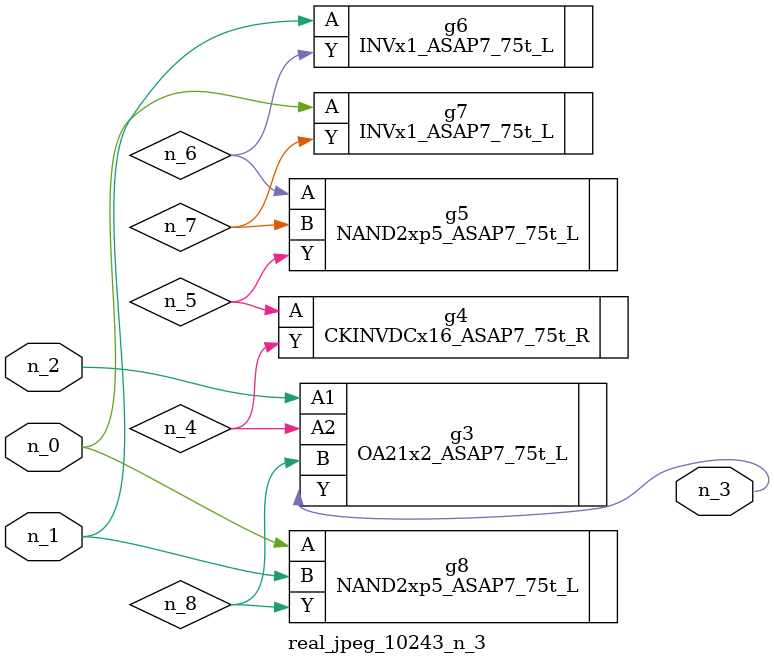
<source format=v>
module real_jpeg_10243_n_3 (n_1, n_0, n_2, n_3);

input n_1;
input n_0;
input n_2;

output n_3;

wire n_5;
wire n_8;
wire n_4;
wire n_6;
wire n_7;

INVx1_ASAP7_75t_L g7 ( 
.A(n_0),
.Y(n_7)
);

NAND2xp5_ASAP7_75t_L g8 ( 
.A(n_0),
.B(n_1),
.Y(n_8)
);

INVx1_ASAP7_75t_L g6 ( 
.A(n_1),
.Y(n_6)
);

OA21x2_ASAP7_75t_L g3 ( 
.A1(n_2),
.A2(n_4),
.B(n_8),
.Y(n_3)
);

CKINVDCx16_ASAP7_75t_R g4 ( 
.A(n_5),
.Y(n_4)
);

NAND2xp5_ASAP7_75t_L g5 ( 
.A(n_6),
.B(n_7),
.Y(n_5)
);


endmodule
</source>
